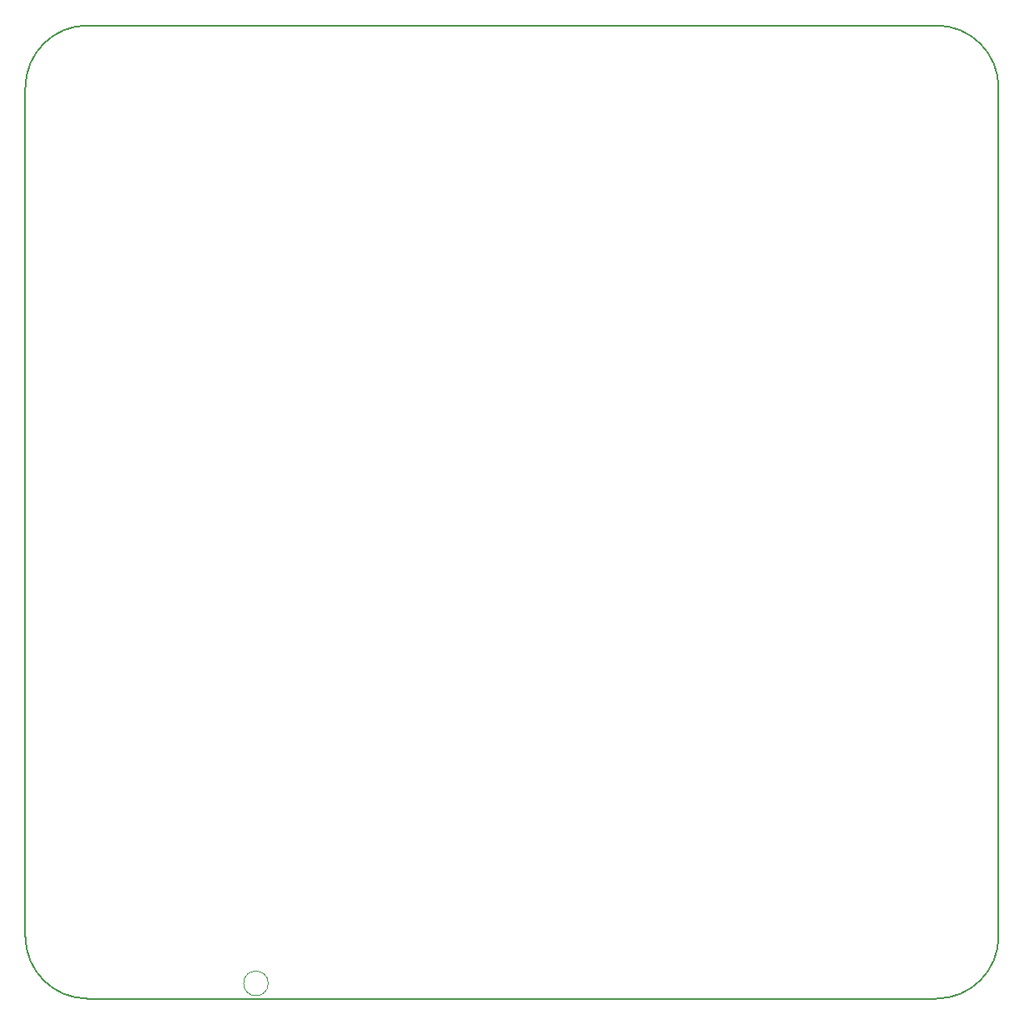
<source format=gm1>
G04 #@! TF.GenerationSoftware,KiCad,Pcbnew,8.0.5-8.0.5-0~ubuntu24.04.1*
G04 #@! TF.CreationDate,2024-10-06T19:53:36+03:00*
G04 #@! TF.ProjectId,TACNPR,5441434e-5052-42e6-9b69-6361645f7063,rev?*
G04 #@! TF.SameCoordinates,Original*
G04 #@! TF.FileFunction,Profile,NP*
%FSLAX46Y46*%
G04 Gerber Fmt 4.6, Leading zero omitted, Abs format (unit mm)*
G04 Created by KiCad (PCBNEW 8.0.5-8.0.5-0~ubuntu24.04.1) date 2024-10-06 19:53:36*
%MOMM*%
%LPD*%
G01*
G04 APERTURE LIST*
G04 #@! TA.AperFunction,Profile*
%ADD10C,0.200000*%
G04 #@! TD*
G04 #@! TA.AperFunction,Profile*
%ADD11C,0.120000*%
G04 #@! TD*
G04 APERTURE END LIST*
D10*
X95250000Y-36830000D02*
X181610000Y-36830000D01*
X181610000Y-135890000D02*
X95250000Y-135890000D01*
X187960000Y-43180000D02*
X187960000Y-129540000D01*
X95250000Y-135890000D02*
G75*
G02*
X88900000Y-129540000I0J6350000D01*
G01*
X181610000Y-36830000D02*
G75*
G02*
X187960000Y-43180000I0J-6350000D01*
G01*
X88900000Y-129540000D02*
X88900000Y-43180000D01*
X187960000Y-129540000D02*
G75*
G02*
X181610000Y-135890000I-6350000J0D01*
G01*
X88900000Y-43180000D02*
G75*
G02*
X95250000Y-36830000I6350000J0D01*
G01*
D11*
X113615000Y-134336200D02*
G75*
G02*
X111115000Y-134336200I-1250000J0D01*
G01*
X111115000Y-134336200D02*
G75*
G02*
X113615000Y-134336200I1250000J0D01*
G01*
M02*

</source>
